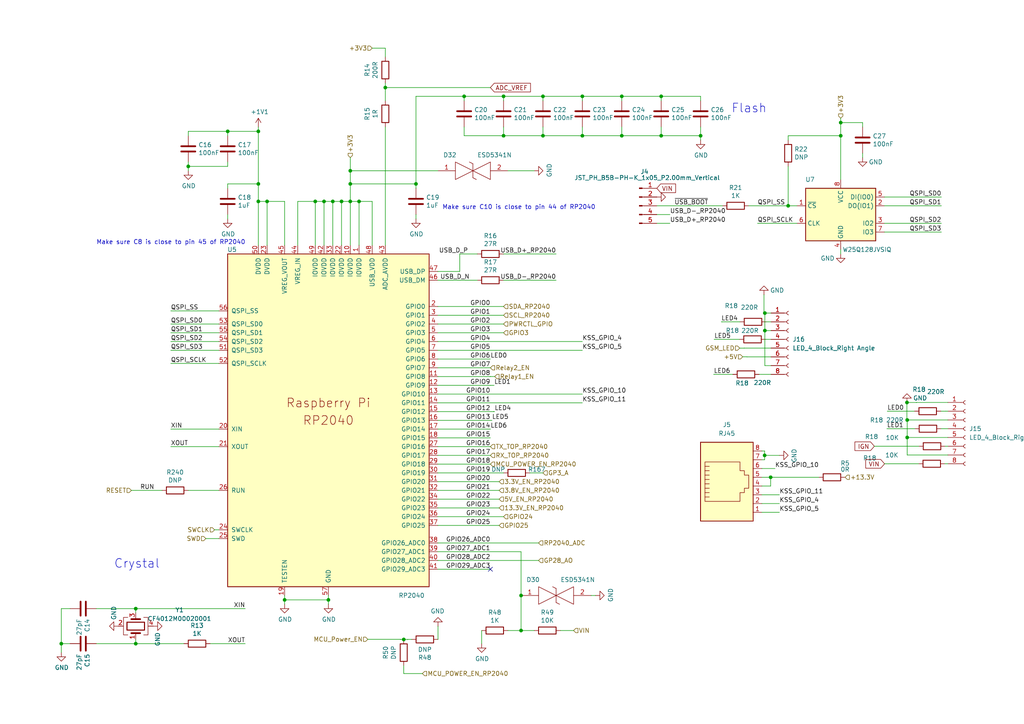
<source format=kicad_sch>
(kicad_sch (version 20231120) (generator "eeschema") (generator_version "8.0")
  (paper "A4")
  (lib_symbols
    (symbol "Connector:Conn_01x05_Male" (pin_names (offset 1.016) hide)
      (property "Reference" "J" (at 0 7.62 0))
      (property "Value" "Conn_01x05_Male" (at 0 -7.62 0))
      (symbol "Conn_01x05_Male_1_1"
        (pin passive line (at 5.08 5.08 180) (length 3.81) (name "Pin_1") (number "1"))
        (pin passive line (at 5.08 2.54 180) (length 3.81) (name "Pin_2") (number "2"))
        (pin passive line (at 5.08 0 180) (length 3.81) (name "Pin_3") (number "3"))
        (pin passive line (at 5.08 -2.54 180) (length 3.81) (name "Pin_4") (number "4"))
        (pin passive line (at 5.08 -5.08 180) (length 3.81) (name "Pin_5") (number "5"))
      )
    )
    (symbol "Connector:Conn_01x08_Socket" (pin_names (offset 1.016) hide)
      (property "Reference" "J" (at 0 10.16 0))
      (property "Value" "Conn_01x08_Socket" (at 0 -12.7 0))
      (symbol "Conn_01x08_Socket_1_1"
        (pin passive line (at -5.08 7.62 0) (length 3.81) (name "Pin_1") (number "1"))
        (pin passive line (at -5.08 5.08 0) (length 3.81) (name "Pin_2") (number "2"))
        (pin passive line (at -5.08 2.54 0) (length 3.81) (name "Pin_3") (number "3"))
        (pin passive line (at -5.08 0 0) (length 3.81) (name "Pin_4") (number "4"))
        (pin passive line (at -5.08 -2.54 0) (length 3.81) (name "Pin_5") (number "5"))
        (pin passive line (at -5.08 -5.08 0) (length 3.81) (name "Pin_6") (number "6"))
        (pin passive line (at -5.08 -7.62 0) (length 3.81) (name "Pin_7") (number "7"))
        (pin passive line (at -5.08 -10.16 0) (length 3.81) (name "Pin_8") (number "8"))
      )
    )
    (symbol "Connector:RJ45" (pin_names (offset 1.016))
      (property "Reference" "J" (at -5.08 13.97 0))
      (property "Value" "RJ45" (at 2.54 13.97 0))
      (symbol "RJ45_1_1"
        (pin passive line (at 10.16 -7.62 180) (length 2.54) (name "~") (number "1"))
        (pin passive line (at 10.16 -5.08 180) (length 2.54) (name "~") (number "2"))
        (pin passive line (at 10.16 -2.54 180) (length 2.54) (name "~") (number "3"))
        (pin passive line (at 10.16 0 180) (length 2.54) (name "~") (number "4"))
        (pin passive line (at 10.16 2.54 180) (length 2.54) (name "~") (number "5"))
        (pin passive line (at 10.16 5.08 180) (length 2.54) (name "~") (number "6"))
        (pin passive line (at 10.16 7.62 180) (length 2.54) (name "~") (number "7"))
        (pin passive line (at 10.16 10.16 180) (length 2.54) (name "~") (number "8"))
      )
    )
    (symbol "Device:C" (pin_numbers hide) (pin_names (offset 0.254))
      (property "Reference" "C" (at 0.635 2.54 0))
      (property "Value" "C" (at 0.635 -2.54 0))
      (symbol "C_1_1"
        (pin passive line (at 0 3.81 270) (length 2.794) (name "~") (number "1"))
        (pin passive line (at 0 -3.81 90) (length 2.794) (name "~") (number "2"))
      )
    )
    (symbol "Device:Crystal_GND24" (pin_names (offset 1.016) hide)
      (property "Reference" "Y" (at 3.175 5.08 0))
      (property "Value" "Crystal_GND24" (at 3.175 3.175 0))
      (symbol "Crystal_GND24_1_1"
        (pin passive line (at -3.81 0 0) (length 1.27) (name "1") (number "1"))
        (pin passive line (at 0 5.08 270) (length 1.27) (name "2") (number "2"))
        (pin passive line (at 3.81 0 180) (length 1.27) (name "3") (number "3"))
        (pin passive line (at 0 -5.08 90) (length 1.27) (name "4") (number "4"))
      )
    )
    (symbol "Device:R" (pin_numbers hide) (pin_names (offset 0))
      (property "Reference" "R" (at 2.032 0 90))
      (property "Value" "R" (at 0 0 90))
      (symbol "R_1_1"
        (pin passive line (at 0 3.81 270) (length 1.27) (name "~") (number "1"))
        (pin passive line (at 0 -3.81 90) (length 1.27) (name "~") (number "2"))
      )
    )
    (symbol "MCU_RaspberryPi_RP2040:RP2040" (pin_names (offset 1.016))
      (property "Reference" "U" (at -29.21 49.53 0))
      (property "Value" "RP2040" (at 24.13 -49.53 0))
      (symbol "RP2040_0_0"
        (text "Raspberry Pi" (at 0 5.08 0) (effects (font (size 2.54 2.54))))
        (text "RP2040" (at 0 0 0) (effects (font (size 2.54 2.54))))
      )
      (symbol "RP2040_1_1"
        (pin power_in line (at 8.89 50.8 270) (length 2.54) (name "IOVDD") (number "1"))
        (pin power_in line (at 6.35 50.8 270) (length 2.54) (name "IOVDD") (number "10"))
        (pin bidirectional line (at 31.75 12.7 180) (length 2.54) (name "GPIO8") (number "11"))
        (pin bidirectional line (at 31.75 10.16 180) (length 2.54) (name "GPIO9") (number "12"))
        (pin bidirectional line (at 31.75 7.62 180) (length 2.54) (name "GPIO10") (number "13"))
        (pin bidirectional line (at 31.75 5.08 180) (length 2.54) (name "GPIO11") (number "14"))
        (pin bidirectional line (at 31.75 2.54 180) (length 2.54) (name "GPIO12") (number "15"))
        (pin bidirectional line (at 31.75 0 180) (length 2.54) (name "GPIO13") (number "16"))
        (pin bidirectional line (at 31.75 -2.54 180) (length 2.54) (name "GPIO14") (number "17"))
        (pin bidirectional line (at 31.75 -5.08 180) (length 2.54) (name "GPIO15") (number "18"))
        (pin passive line (at -12.7 -50.8 90) (length 2.54) (name "TESTEN") (number "19"))
        (pin bidirectional line (at 31.75 33.02 180) (length 2.54) (name "GPIO0") (number "2"))
        (pin input line (at -31.75 -2.54 0) (length 2.54) (name "XIN") (number "20"))
        (pin passive line (at -31.75 -7.62 0) (length 2.54) (name "XOUT") (number "21"))
        (pin power_in line (at 3.81 50.8 270) (length 2.54) (name "IOVDD") (number "22"))
        (pin power_in line (at -17.78 50.8 270) (length 2.54) (name "DVDD") (number "23"))
        (pin output line (at -31.75 -31.75 0) (length 2.54) (name "SWCLK") (number "24"))
        (pin bidirectional line (at -31.75 -34.29 0) (length 2.54) (name "SWD") (number "25"))
        (pin input line (at -31.75 -20.32 0) (length 2.54) (name "RUN") (number "26"))
        (pin bidirectional line (at 31.75 -7.62 180) (length 2.54) (name "GPIO16") (number "27"))
        (pin bidirectional line (at 31.75 -10.16 180) (length 2.54) (name "GPIO17") (number "28"))
        (pin bidirectional line (at 31.75 -12.7 180) (length 2.54) (name "GPIO18") (number "29"))
        (pin bidirectional line (at 31.75 30.48 180) (length 2.54) (name "GPIO1") (number "3"))
        (pin bidirectional line (at 31.75 -15.24 180) (length 2.54) (name "GPIO19") (number "30"))
        (pin bidirectional line (at 31.75 -17.78 180) (length 2.54) (name "GPIO20") (number "31"))
        (pin bidirectional line (at 31.75 -20.32 180) (length 2.54) (name "GPIO21") (number "32"))
        (pin power_in line (at 1.27 50.8 270) (length 2.54) (name "IOVDD") (number "33"))
        (pin bidirectional line (at 31.75 -22.86 180) (length 2.54) (name "GPIO22") (number "34"))
        (pin bidirectional line (at 31.75 -25.4 180) (length 2.54) (name "GPIO23") (number "35"))
        (pin bidirectional line (at 31.75 -27.94 180) (length 2.54) (name "GPIO24") (number "36"))
        (pin bidirectional line (at 31.75 -30.48 180) (length 2.54) (name "GPIO25") (number "37"))
        (pin bidirectional line (at 31.75 -35.56 180) (length 2.54) (name "GPIO26_ADC0") (number "38"))
        (pin bidirectional line (at 31.75 -38.1 180) (length 2.54) (name "GPIO27_ADC1") (number "39"))
        (pin bidirectional line (at 31.75 27.94 180) (length 2.54) (name "GPIO2") (number "4"))
        (pin bidirectional line (at 31.75 -40.64 180) (length 2.54) (name "GPIO28_ADC2") (number "40"))
        (pin bidirectional line (at 31.75 -43.18 180) (length 2.54) (name "GPIO29_ADC3") (number "41"))
        (pin power_in line (at -1.27 50.8 270) (length 2.54) (name "IOVDD") (number "42"))
        (pin power_in line (at 16.51 50.8 270) (length 2.54) (name "ADC_AVDD") (number "43"))
        (pin power_in line (at -8.89 50.8 270) (length 2.54) (name "VREG_IN") (number "44"))
        (pin power_out line (at -12.7 50.8 270) (length 2.54) (name "VREG_VOUT") (number "45"))
        (pin bidirectional line (at 31.75 40.64 180) (length 2.54) (name "USB_DM") (number "46"))
        (pin bidirectional line (at 31.75 43.18 180) (length 2.54) (name "USB_DP") (number "47"))
        (pin power_in line (at 12.7 50.8 270) (length 2.54) (name "USB_VDD") (number "48"))
        (pin power_in line (at -3.81 50.8 270) (length 2.54) (name "IOVDD") (number "49"))
        (pin bidirectional line (at 31.75 25.4 180) (length 2.54) (name "GPIO3") (number "5"))
        (pin power_in line (at -20.32 50.8 270) (length 2.54) (name "DVDD") (number "50"))
        (pin bidirectional line (at -31.75 20.32 0) (length 2.54) (name "QSPI_SD3") (number "51"))
        (pin output line (at -31.75 16.51 0) (length 2.54) (name "QSPI_SCLK") (number "52"))
        (pin bidirectional line (at -31.75 27.94 0) (length 2.54) (name "QSPI_SD0") (number "53"))
        (pin bidirectional line (at -31.75 22.86 0) (length 2.54) (name "QSPI_SD2") (number "54"))
        (pin bidirectional line (at -31.75 25.4 0) (length 2.54) (name "QSPI_SD1") (number "55"))
        (pin bidirectional line (at -31.75 31.75 0) (length 2.54) (name "QSPI_SS") (number "56"))
        (pin power_in line (at 0 -50.8 90) (length 2.54) (name "GND") (number "57"))
        (pin bidirectional line (at 31.75 22.86 180) (length 2.54) (name "GPIO4") (number "6"))
        (pin bidirectional line (at 31.75 20.32 180) (length 2.54) (name "GPIO5") (number "7"))
        (pin bidirectional line (at 31.75 17.78 180) (length 2.54) (name "GPIO6") (number "8"))
        (pin bidirectional line (at 31.75 15.24 180) (length 2.54) (name "GPIO7") (number "9"))
      )
    )
    (symbol "Memory_Flash:W25Q128JVS"
      (property "Reference" "U" (at -8.89 8.89 0))
      (property "Value" "W25Q128JVS" (at 7.62 8.89 0))
      (symbol "W25Q128JVS_1_1"
        (pin input line (at -12.7 2.54 0) (length 2.54) (name "~{CS}") (number "1"))
        (pin bidirectional line (at 12.7 2.54 180) (length 2.54) (name "DO(IO1)") (number "2"))
        (pin bidirectional line (at 12.7 -2.54 180) (length 2.54) (name "IO2") (number "3"))
        (pin power_in line (at 0 -10.16 90) (length 2.54) (name "GND") (number "4"))
        (pin bidirectional line (at 12.7 5.08 180) (length 2.54) (name "DI(IO0)") (number "5"))
        (pin input line (at -12.7 -2.54 0) (length 2.54) (name "CLK") (number "6"))
        (pin bidirectional line (at 12.7 -5.08 180) (length 2.54) (name "IO3") (number "7"))
        (pin power_in line (at 0 10.16 270) (length 2.54) (name "VCC") (number "8"))
      )
    )
    (symbol "SP0402B-ULC-01ETG:SP0402B-ULC-01ETG" (pin_names (offset 0.762))
      (property "Reference" "D" (at 12.7 8.89 0))
      (property "Value" "SP0402B-ULC-01ETG" (at 12.7 6.35 0))
      (symbol "SP0402B-ULC-01ETG_0_0"
        (pin passive line (at 0 0 0) (length 5.08) (name "~") (number "1"))
        (pin passive line (at 20.32 0 180) (length 5.08) (name "~") (number "2"))
      )
    )
    (symbol "power:+1V1" (power) (pin_names (offset 0))
      (property "Value" "+1V1" (at 0 3.556 0))
      (symbol "+1V1_1_1"
        (pin power_in line (at 0 0 90) (length 0) hide (name "+1V1") (number "1"))
      )
    )
    (symbol "power:GND" (power) (pin_names (offset 0))
      (property "Value" "GND" (at 0 -3.81 0))
      (symbol "GND_1_1"
        (pin power_in line (at 0 0 270) (length 0) hide (name "GND") (number "1"))
      )
    )
  )
  (junction (at 111.76 25.4))
  (junction (at 54.61 48.26))
  (junction (at 221.8396 90.8043))
  (junction (at 39.37 186.69))
  (junction (at 151.13 182.88))
  (junction (at 180.34 27.94))
  (junction (at 117.1006 185.4727))
  (junction (at 101.6 49.53))
  (junction (at 101.6 58.42))
  (junction (at 263.1254 126.8876))
  (junction (at 221.7707 132.08))
  (junction (at 95.25 173.99))
  (junction (at 74.93 58.42))
  (junction (at 223.52 138.43))
  (junction (at 180.34 39.37))
  (junction (at 151.13 172.72))
  (junction (at 221.8396 95.8843))
  (junction (at 263.1254 121.8163))
  (junction (at 17.78 186.69))
  (junction (at 263.0568 116.7363))
  (junction (at 104.14 58.42))
  (junction (at 39.37 176.53))
  (junction (at 93.98 58.42))
  (junction (at 96.52 58.42))
  (junction (at 82.55 173.99))
  (junction (at 74.93 38.1))
  (junction (at 91.44 58.42))
  (junction (at 168.91 39.37))
  (junction (at 101.6 53.34))
  (junction (at 134.62 27.94))
  (junction (at 157.48 27.94))
  (junction (at 228.6 59.69))
  (junction (at 66.04 38.1))
  (junction (at 74.93 53.34))
  (junction (at 99.06 58.42))
  (junction (at 191.77 39.37))
  (junction (at 120.65 53.34))
  (junction (at 191.77 27.94))
  (junction (at 168.91 27.94))
  (junction (at 77.47 58.42))
  (junction (at 146.05 27.94))
  (junction (at 157.48 39.37))
  (junction (at 243.84 39.37))
  (junction (at 243.84 35.56))
  (junction (at 203.2 39.37))
  (junction (at 146.05 39.37))
  (no_connect (at 142.24 165.1))
  (wire (pts (xy 111.76 36.83) (xy 111.76 71.12)))
  (wire (pts (xy 49.53 124.46) (xy 63.5 124.46)))
  (wire (pts (xy 59.69 156.21) (xy 63.5 156.21)))
  (wire (pts (xy 191.77 39.37) (xy 203.2 39.37)))
  (wire (pts (xy 66.04 53.34) (xy 74.93 53.34)))
  (wire (pts (xy 122.5125 195.3653) (xy 117.1006 195.3653)))
  (wire (pts (xy 127 160.02) (xy 151.13 160.02)))
  (wire (pts (xy 191.77 27.94) (xy 203.2 27.94)))
  (wire (pts (xy 143.1694 119.3787) (xy 143.1694 119.38)))
  (wire (pts (xy 101.6 58.42) (xy 104.14 58.42)))
  (wire (pts (xy 127.039 181.6432) (xy 127.039 185.4532)))
  (wire (pts (xy 180.34 27.94) (xy 191.77 27.94)))
  (wire (pts (xy 143.4165 119.3774) (xy 143.4234 119.3787)))
  (wire (pts (xy 221.8396 90.8043) (xy 221.8396 95.8843)))
  (wire (pts (xy 142.24 109.2128) (xy 142.24 109.22)))
  (wire (pts (xy 82.55 173.99) (xy 95.25 173.99)))
  (wire (pts (xy 216.6521 103.4902) (xy 216.6521 103.5043)))
  (wire (pts (xy 180.34 39.37) (xy 168.91 39.37)))
  (wire (pts (xy 39.37 186.69) (xy 53.34 186.69)))
  (wire (pts (xy 142.6874 121.92) (xy 127 121.92)))
  (wire (pts (xy 127 49.53) (xy 101.6 49.53)))
  (wire (pts (xy 191.77 29.21) (xy 191.77 27.94)))
  (wire (pts (xy 86.36 58.42) (xy 91.44 58.42)))
  (wire (pts (xy 221.7707 132.08) (xy 221.7707 130.81)))
  (wire (pts (xy 146.05 27.94) (xy 157.48 27.94)))
  (wire (pts (xy 207.0067 108.5843) (xy 212.5516 108.5843)))
  (wire (pts (xy 54.61 46.99) (xy 54.61 48.26)))
  (wire (pts (xy 228.6 48.26) (xy 228.6 59.69)))
  (wire (pts (xy 127 142.24) (xy 144.78 142.24)))
  (wire (pts (xy 101.6 49.53) (xy 101.6 53.34)))
  (wire (pts (xy 127 104.14) (xy 142.24 104.14)))
  (wire (pts (xy 95.25 173.99) (xy 95.25 175.26)))
  (wire (pts (xy 118.2663 185.4532) (xy 119.419 185.4532)))
  (wire (pts (xy 111.76 13.97) (xy 107.95 13.97)))
  (wire (pts (xy 272.8769 119.2612) (xy 274.3404 119.2612)))
  (wire (pts (xy 127 106.68) (xy 142.24 106.68)))
  (wire (pts (xy 27.94 176.53) (xy 39.37 176.53)))
  (wire (pts (xy 120.65 27.94) (xy 120.65 53.34)))
  (wire (pts (xy 143.3159 111.7647) (xy 142.24 111.7647)))
  (wire (pts (xy 101.6 53.34) (xy 101.6 58.42)))
  (wire (pts (xy 153.67 137.16) (xy 157.48 137.16)))
  (wire (pts (xy 127 127) (xy 142.24 127)))
  (wire (pts (xy 220.98 143.51) (xy 226.06 143.51)))
  (wire (pts (xy 274.9191 116.7276) (xy 265.8174 116.7276)))
  (wire (pts (xy 60.96 186.69) (xy 71.12 186.69)))
  (wire (pts (xy 253.5964 129.4276) (xy 266.517 129.4276)))
  (wire (pts (xy 274.137 129.4276) (xy 274.9191 129.4276)))
  (wire (pts (xy 194.31 62.23) (xy 190.5 62.23)))
  (wire (pts (xy 127 96.52) (xy 146.05 96.52)))
  (wire (pts (xy 207.1393 98.4253) (xy 207.1393 98.4243)))
  (wire (pts (xy 93.98 58.42) (xy 96.52 58.42)))
  (wire (pts (xy 216.6521 103.5043) (xy 223.6347 103.5043)))
  (wire (pts (xy 223.6347 95.8843) (xy 221.8396 95.8843)))
  (wire (pts (xy 157.48 27.94) (xy 168.91 27.94)))
  (wire (pts (xy 194.31 64.77) (xy 190.5 64.77)))
  (wire (pts (xy 221.7707 133.35) (xy 221.7707 132.08)))
  (wire (pts (xy 66.04 54.61) (xy 66.04 53.34)))
  (wire (pts (xy 74.93 53.34) (xy 74.93 58.42)))
  (wire (pts (xy 20.32 176.53) (xy 17.78 176.53)))
  (wire (pts (xy 203.2 36.83) (xy 203.2 39.37)))
  (wire (pts (xy 99.06 71.12) (xy 99.06 58.42)))
  (wire (pts (xy 142.24 124.4539) (xy 142.24 124.46)))
  (wire (pts (xy 127 144.78) (xy 144.78 144.78)))
  (wire (pts (xy 263.0381 116.7363) (xy 263.0381 121.8163)))
  (wire (pts (xy 180.34 29.21) (xy 180.34 27.94)))
  (wire (pts (xy 146.05 39.37) (xy 134.62 39.37)))
  (wire (pts (xy 221.8396 95.8843) (xy 221.8396 106.0443)))
  (wire (pts (xy 215.8494 100.9643) (xy 223.6347 100.9643)))
  (wire (pts (xy 111.76 16.51) (xy 111.76 13.97)))
  (wire (pts (xy 221.8396 106.0443) (xy 223.6347 106.0443)))
  (wire (pts (xy 143.1694 119.38) (xy 127 119.38)))
  (wire (pts (xy 63.5 90.17) (xy 49.53 90.17)))
  (wire (pts (xy 274.9191 131.9676) (xy 263.1254 131.9676)))
  (wire (pts (xy 111.76 25.4) (xy 142.24 25.4)))
  (wire (pts (xy 207.0067 108.5876) (xy 207.0067 108.5843)))
  (wire (pts (xy 111.76 25.4) (xy 111.76 24.13)))
  (wire (pts (xy 222.2145 93.3443) (xy 223.6347 93.3443)))
  (wire (pts (xy 209.4507 93.3443) (xy 214.5945 93.3443)))
  (wire (pts (xy 66.04 39.37) (xy 66.04 38.1)))
  (wire (pts (xy 77.47 58.42) (xy 74.93 58.42)))
  (wire (pts (xy 146.05 36.83) (xy 146.05 39.37)))
  (wire (pts (xy 49.53 96.52) (xy 63.5 96.52)))
  (wire (pts (xy 256.54 67.31) (xy 273.05 67.31)))
  (wire (pts (xy 203.2 39.37) (xy 203.2 40.64)))
  (wire (pts (xy 134.62 27.94) (xy 146.05 27.94)))
  (wire (pts (xy 127 81.28) (xy 138.43 81.28)))
  (wire (pts (xy 74.93 58.42) (xy 74.93 71.12)))
  (wire (pts (xy 274.3404 119.2676) (xy 274.9191 119.2676)))
  (wire (pts (xy 127 162.56) (xy 156.21 162.56)))
  (wire (pts (xy 127 147.32) (xy 144.78 147.32)))
  (wire (pts (xy 215.4186 103.4902) (xy 216.6521 103.4902)))
  (wire (pts (xy 180.34 36.83) (xy 180.34 39.37)))
  (wire (pts (xy 107.95 71.12) (xy 107.95 58.42)))
  (wire (pts (xy 134.62 27.94) (xy 120.65 27.94)))
  (wire (pts (xy 168.91 29.21) (xy 168.91 27.94)))
  (wire (pts (xy 146.05 73.66) (xy 161.29 73.66)))
  (wire (pts (xy 203.2 29.21) (xy 203.2 27.94)))
  (wire (pts (xy 221.586 85.4822) (xy 221.586 90.8043)))
  (wire (pts (xy 120.65 62.23) (xy 120.65 63.5)))
  (wire (pts (xy 101.6 45.72) (xy 101.6 49.53)))
  (wire (pts (xy 49.53 101.6) (xy 63.5 101.6)))
  (wire (pts (xy 77.47 71.12) (xy 77.47 58.42)))
  (wire (pts (xy 20.32 186.69) (xy 17.78 186.69)))
  (wire (pts (xy 127 99.06) (xy 168.91 99.06)))
  (wire (pts (xy 49.53 99.06) (xy 63.5 99.06)))
  (wire (pts (xy 127 91.44) (xy 146.05 91.44)))
  (wire (pts (xy 166.37 182.88) (xy 162.56 182.88)))
  (wire (pts (xy 127 88.9) (xy 146.05 88.9)))
  (wire (pts (xy 82.55 71.12) (xy 82.55 58.42)))
  (wire (pts (xy 101.6 53.34) (xy 120.65 53.34)))
  (wire (pts (xy 191.77 36.83) (xy 191.77 39.37)))
  (wire (pts (xy 223.6347 90.8043) (xy 221.8396 90.8043)))
  (wire (pts (xy 214.5429 100.9726) (xy 215.8494 100.9726)))
  (wire (pts (xy 228.6 39.37) (xy 243.84 39.37)))
  (wire (pts (xy 151.13 160.02) (xy 151.13 172.72)))
  (wire (pts (xy 127 149.86) (xy 146.05 149.86)))
  (wire (pts (xy 265.8174 116.7363) (xy 263.0568 116.7363)))
  (wire (pts (xy 147.32 182.88) (xy 151.13 182.88)))
  (wire (pts (xy 104.14 58.42) (xy 104.14 71.12)))
  (wire (pts (xy 217.17 59.69) (xy 228.6 59.69)))
  (wire (pts (xy 263.1254 121.8163) (xy 263.1254 126.8876)))
  (wire (pts (xy 63.5 129.54) (xy 49.53 129.54)))
  (wire (pts (xy 257.3361 119.2612) (xy 265.2569 119.2612)))
  (wire (pts (xy 104.14 58.42) (xy 107.95 58.42)))
  (wire (pts (xy 106.68 185.42) (xy 116.1625 185.42)))
  (wire (pts (xy 257.8411 134.5076) (xy 266.4376 134.5076)))
  (wire (pts (xy 111.76 25.4) (xy 111.76 29.21)))
  (wire (pts (xy 263.0568 116.7363) (xy 263.0381 116.7363)))
  (wire (pts (xy 86.36 71.12) (xy 86.36 58.42)))
  (wire (pts (xy 118.2663 185.4727) (xy 118.2663 185.4532)))
  (wire (pts (xy 74.93 36.83) (xy 74.93 38.1)))
  (wire (pts (xy 142.24 111.7647) (xy 142.24 111.76)))
  (wire (pts (xy 243.84 39.37) (xy 243.84 52.07)))
  (wire (pts (xy 172.72 172.72) (xy 171.45 172.72)))
  (wire (pts (xy 127 116.84) (xy 168.91 116.84)))
  (wire (pts (xy 54.61 48.26) (xy 54.61 49.53)))
  (wire (pts (xy 74.93 38.1) (xy 74.93 53.34)))
  (wire (pts (xy 117.1006 185.4727) (xy 118.2663 185.4727)))
  (wire (pts (xy 223.52 140.97) (xy 223.52 138.43)))
  (wire (pts (xy 272.9551 124.3476) (xy 274.9191 124.3476)))
  (wire (pts (xy 127 139.7) (xy 144.78 139.7)))
  (wire (pts (xy 133.35 73.66) (xy 138.43 73.66)))
  (wire (pts (xy 82.55 172.72) (xy 82.55 173.99)))
  (wire (pts (xy 221.586 90.8043) (xy 221.8396 90.8043)))
  (wire (pts (xy 82.55 173.99) (xy 82.55 175.26)))
  (wire (pts (xy 17.78 186.69) (xy 17.78 189.23)))
  (wire (pts (xy 220.98 133.35) (xy 221.7707 133.35)))
  (wire (pts (xy 220.98 148.59) (xy 226.06 148.59)))
  (wire (pts (xy 127 132.08) (xy 142.24 132.08)))
  (wire (pts (xy 127 157.48) (xy 156.21 157.48)))
  (wire (pts (xy 134.62 36.83) (xy 134.62 39.37)))
  (wire (pts (xy 220.98 146.05) (xy 226.06 146.05)))
  (wire (pts (xy 146.05 29.21) (xy 146.05 27.94)))
  (wire (pts (xy 139.7 186.69) (xy 139.7 182.88)))
  (wire (pts (xy 63.5 105.41) (xy 49.53 105.41)))
  (wire (pts (xy 27.94 186.69) (xy 39.37 186.69)))
  (wire (pts (xy 95.25 172.72) (xy 95.25 173.99)))
  (wire (pts (xy 17.78 176.53) (xy 17.78 186.69)))
  (wire (pts (xy 191.77 39.37) (xy 180.34 39.37)))
  (wire (pts (xy 54.61 142.24) (xy 63.5 142.24)))
  (wire (pts (xy 99.06 58.42) (xy 101.6 58.42)))
  (wire (pts (xy 66.04 38.1) (xy 74.93 38.1)))
  (wire (pts (xy 220.98 138.43) (xy 223.52 138.43)))
  (wire (pts (xy 228.6 40.64) (xy 228.6 39.37)))
  (wire (pts (xy 256.54 59.69) (xy 273.05 59.69)))
  (wire (pts (xy 127 152.4) (xy 144.78 152.4)))
  (wire (pts (xy 96.52 71.12) (xy 96.52 58.42)))
  (wire (pts (xy 250.19 44.45) (xy 250.19 45.72)))
  (wire (pts (xy 117.1006 195.3653) (xy 117.1006 193.0927)))
  (wire (pts (xy 133.35 73.66) (xy 133.35 78.74)))
  (wire (pts (xy 256.54 57.15) (xy 273.05 57.15)))
  (wire (pts (xy 256.5555 134.5237) (xy 257.8411 134.5237)))
  (wire (pts (xy 116.1625 185.42) (xy 116.1625 185.4727)))
  (wire (pts (xy 116.1625 185.4727) (xy 117.1006 185.4727)))
  (wire (pts (xy 220.98 135.89) (xy 224.79 135.89)))
  (wire (pts (xy 263.1254 126.8876) (xy 263.1254 131.9676)))
  (wire (pts (xy 127 93.98) (xy 146.05 93.98)))
  (wire (pts (xy 134.62 29.21) (xy 134.62 27.94)))
  (wire (pts (xy 49.53 93.98) (xy 63.5 93.98)))
  (wire (pts (xy 274.0576 134.5076) (xy 274.9191 134.5076)))
  (wire (pts (xy 226.06 132.08) (xy 221.7707 132.08)))
  (wire (pts (xy 190.5 59.69) (xy 209.55 59.69)))
  (wire (pts (xy 257.238 124.3476) (xy 265.3351 124.3476)))
  (wire (pts (xy 127 109.22) (xy 142.24 109.22)))
  (wire (pts (xy 157.48 39.37) (xy 146.05 39.37)))
  (wire (pts (xy 54.61 38.1) (xy 66.04 38.1)))
  (wire (pts (xy 157.48 36.83) (xy 157.48 39.37)))
  (wire (pts (xy 257.8411 134.5237) (xy 257.8411 134.5076)))
  (wire (pts (xy 220.98 140.97) (xy 223.52 140.97)))
  (wire (pts (xy 127 129.54) (xy 142.24 129.54)))
  (wire (pts (xy 54.61 48.26) (xy 66.04 48.26)))
  (wire (pts (xy 127 111.76) (xy 142.24 111.76)))
  (wire (pts (xy 91.44 71.12) (xy 91.44 58.42)))
  (wire (pts (xy 127 114.3) (xy 168.91 114.3)))
  (wire (pts (xy 93.98 71.12) (xy 93.98 58.42)))
  (wire (pts (xy 62.23 153.67) (xy 63.5 153.67)))
  (wire (pts (xy 127 165.1) (xy 142.24 165.1)))
  (wire (pts (xy 38.1 142.24) (xy 46.99 142.24)))
  (wire (pts (xy 243.84 35.56) (xy 243.84 39.37)))
  (wire (pts (xy 127 134.62) (xy 142.24 134.62)))
  (wire (pts (xy 82.55 58.42) (xy 77.47 58.42)))
  (wire (pts (xy 127 78.74) (xy 133.35 78.74)))
  (wire (pts (xy 143.4918 109.2128) (xy 142.24 109.2128)))
  (wire (pts (xy 274.9191 126.8876) (xy 263.1254 126.8876)))
  (wire (pts (xy 168.91 39.37) (xy 157.48 39.37)))
  (wire (pts (xy 66.04 48.26) (xy 66.04 46.99)))
  (wire (pts (xy 222.0746 98.4243) (xy 223.6347 98.4243)))
  (wire (pts (xy 243.84 34.29) (xy 243.84 35.56)))
  (wire (pts (xy 219.71 64.77) (xy 231.14 64.77)))
  (wire (pts (xy 127 124.46) (xy 142.24 124.46)))
  (wire (pts (xy 228.6 59.69) (xy 231.14 59.69)))
  (wire (pts (xy 243.84 72.39) (xy 243.84 73.66)))
  (wire (pts (xy 250.19 36.83) (xy 250.19 35.56)))
  (wire (pts (xy 274.3404 119.2612) (xy 274.3404 119.2676)))
  (wire (pts (xy 151.13 182.88) (xy 154.94 182.88)))
  (wire (pts (xy 207.1393 98.4243) (xy 214.4546 98.4243)))
  (wire (pts (xy 66.04 62.23) (xy 66.04 63.5)))
  (wire (pts (xy 263.0381 121.8163) (xy 263.1254 121.8163)))
  (wire (pts (xy 263.1254 121.8076) (xy 263.1254 121.8163)))
  (wire (pts (xy 220.1716 108.5843) (xy 223.6347 108.5843)))
  (wire (pts (xy 265.8174 116.7276) (xy 265.8174 116.7363)))
  (wire (pts (xy 39.37 177.8) (xy 39.37 176.53)))
  (wire (pts (xy 101.6 71.12) (xy 101.6 58.42)))
  (wire (pts (xy 39.37 176.53) (xy 71.12 176.53)))
  (wire (pts (xy 263.1254 121.8076) (xy 274.9191 121.8076)))
  (wire (pts (xy 39.37 185.42) (xy 39.37 186.69)))
  (wire (pts (xy 143.1694 119.3787) (xy 143.4165 119.3774)))
  (wire (pts (xy 151.13 172.72) (xy 151.13 182.88)))
  (wire (pts (xy 256.54 64.77) (xy 273.05 64.77)))
  (wire (pts (xy 146.05 81.28) (xy 161.29 81.28)))
  (wire (pts (xy 120.65 54.61) (xy 120.65 53.34)))
  (wire (pts (xy 168.91 27.94) (xy 180.34 27.94)))
  (wire (pts (xy 209.4507 93.3472) (xy 209.4507 93.3443)))
  (wire (pts (xy 91.44 58.42) (xy 93.98 58.42)))
  (wire (pts (xy 127 101.6) (xy 168.91 101.6)))
  (wire (pts (xy 96.52 58.42) (xy 99.06 58.42)))
  (wire (pts (xy 250.19 35.56) (xy 243.84 35.56)))
  (wire (pts (xy 157.48 29.21) (xy 157.48 27.94)))
  (wire (pts (xy 223.52 138.43) (xy 237.49 138.43)))
  (wire (pts (xy 215.8494 100.9726) (xy 215.8494 100.9643)))
  (wire (pts (xy 220.98 130.81) (xy 221.7707 130.81)))
  (wire (pts (xy 168.91 36.83) (xy 168.91 39.37)))
  (wire (pts (xy 54.61 39.37) (xy 54.61 38.1)))
  (wire (pts (xy 209.1967 93.3472) (xy 209.4507 93.3472)))
  (wire (pts (xy 147.32 49.53) (xy 154.94 49.53)))
  (wire (pts (xy 127 137.16) (xy 146.05 137.16)))
  (text "Make sure C8 is close to pin 45 of RP2040" (at 27.94 71.12 0) (effects (font (size 1.27 1.27)) (justify left bottom)))
  (text "Make sure C10 is close to pin 44 of RP2040" (at 128.27 60.96 0) (effects (font (size 1.27 1.27)) (justify left bottom)))
  (text "Flash" (at 212.09 33.02 0) (effects (font (size 2.54 2.54)) (justify left bottom)))
  (text "Crystal" (at 33.02 165.1 0) (effects (font (size 2.54 2.54)) (justify left bottom)))
  (label "USB_D_P" (at 135.7763 73.66 180))
  (label "GPIO22" (at 142.24 144.78 180))
  (label "GPIO17" (at 142.24 132.08 180))
  (label "GPIO9" (at 142.24 111.7647 180))
  (label "XIN" (at 71.12 176.53 180))
  (label "USB_D+_RP2040" (at 161.29 73.66 180))
  (label "GPIO5" (at 142.24 101.6 180))
  (label "KSS_GPIO_4" (at 168.91 99.06 0))
  (label "GPIO15" (at 142.24 127 180))
  (label "LED4" (at 143.4234 119.3787 0))
  (label "QSPI_SD0" (at 49.53 93.98 0))
  (label "GPIO18" (at 142.24 134.62 180))
  (label "GPIO26_ADC0" (at 142.24 157.48 180))
  (label "GPIO24" (at 142.24 149.86 180))
  (label "QSPI_SD2" (at 49.53 99.06 0))
  (label "GPIO27_ADC1" (at 142.24 160.02 180))
  (label "QSPI_SCLK" (at 219.71 64.77 0))
  (label "LED6" (at 142.24 124.46 0))
  (label "GPIO7" (at 142.24 106.68 180))
  (label "GPIO14" (at 142.24 124.4539 180))
  (label "GPIO3" (at 142.24 96.52 180))
  (label "LED0" (at 142.24 104.14 0))
  (label "GPIO0" (at 142.24 88.9 180))
  (label "LED1" (at 257.238 124.3476 0))
  (label "QSPI_SD3" (at 273.05 67.31 180))
  (label "GPIO11" (at 142.24 116.84 180))
  (label "LED6" (at 207.0067 108.5876 0))
  (label "QSPI_SD0" (at 273.05 57.15 180))
  (label "USB_D-_RP2040" (at 194.31 62.23 0))
  (label "GPIO4" (at 142.24 99.06 180))
  (label "LED5" (at 142.6874 121.92 0))
  (label "GPIO20" (at 142.24 139.7 180))
  (label "~{USB_BOOT}" (at 195.58 59.69 0))
  (label "GPIO13" (at 142.24 121.92 180))
  (label "LED0" (at 257.3361 119.2612 0))
  (label "GPIO12" (at 142.24 119.38 180))
  (label "GPIO6" (at 142.24 104.14 180))
  (label "KSS_GPIO_10" (at 168.91 114.3 0))
  (label "LED5" (at 207.1393 98.4253 0))
  (label "KSS_GPIO_5" (at 226.06 148.59 0))
  (label "GPIO29_ADC3" (at 142.24 165.1 180))
  (label "GPIO1" (at 142.24 91.44 180))
  (label "GPIO28_ADC2" (at 142.24 162.56 180))
  (label "KSS_GPIO_10" (at 224.79 135.89 0))
  (label "QSPI_SCLK" (at 49.53 105.41 0))
  (label "QSPI_SS" (at 49.53 90.17 0))
  (label "KSS_GPIO_4" (at 226.06 146.05 0))
  (label "GPIO23" (at 142.24 147.32 180))
  (label "QSPI_SD3" (at 49.53 101.6 0))
  (label "USB_D+_RP2040" (at 194.31 64.77 0))
  (label "KSS_GPIO_5" (at 168.91 101.6 0))
  (label "LED1" (at 143.3159 111.7647 0))
  (label "KSS_GPIO_11" (at 226.06 143.51 0))
  (label "RUN" (at 40.64 142.24 0))
  (label "USB_D_N" (at 136.2125 81.28 180))
  (label "GPIO19" (at 142.24 137.16 180))
  (label "GPIO10" (at 142.24 114.3 180))
  (label "QSPI_SD1" (at 273.05 59.69 180))
  (label "QSPI_SD2" (at 273.05 64.77 180))
  (label "GPIO16" (at 142.24 129.54 180))
  (label "XOUT" (at 49.53 129.54 0))
  (label "QSPI_SD1" (at 49.53 96.52 0))
  (label "GPIO8" (at 142.24 109.2128 180))
  (label "XOUT" (at 71.12 186.69 180))
  (label "GPIO25" (at 142.24 152.4 180))
  (label "QSPI_SS" (at 219.71 59.69 0))
  (label "XIN" (at 49.53 124.46 0))
  (label "LED4" (at 209.1967 93.3472 0))
  (label "GPIO21" (at 142.24 142.24 180))
  (label "KSS_GPIO_11" (at 168.91 116.84 0))
  (label "GPIO2" (at 142.24 93.98 180))
  (label "USB_D-_RP2040" (at 161.29 81.28 180))
  (global_label "ADC_VREF" (shape input) (at 142.24 25.4 0) (property "Intersheetrefs" "${INTERSHEET_REFS}" (effects (hide yes))))
  (global_label "IGN" (shape input) (at 253.5964 129.4276 180) (property "Intersheetrefs" "${INTERSHEET_REFS}" (effects (hide yes))))
  (global_label "VIN" (shape input) (at 256.5555 134.5237 180) (property "Intersheetrefs" "${INTERSHEET_REFS}" (effects (hide yes))))
  (global_label "VIN" (shape input) (at 190.5 54.61 0) (property "Intersheetrefs" "${INTERSHEET_REFS}" (effects (hide yes))))
  (hierarchical_label "GP3_A" (shape input) (at 157.48 137.16 0))
  (hierarchical_label "+3V3" (shape input) (at 101.6 45.72 90))
  (hierarchical_label "SCL_RP2040" (shape input) (at 146.05 91.44 0))
  (hierarchical_label "+3V3" (shape input) (at 107.95 13.97 180))
  (hierarchical_label "RP2040_ADC" (shape input) (at 156.21 157.48 0))
  (hierarchical_label "SDA_RP2040" (shape input) (at 146.05 88.9 0))
  (hierarchical_label "SWCLK" (shape input) (at 62.23 153.67 180))
  (hierarchical_label "Relay2_EN" (shape input) (at 142.24 106.68 0))
  (hierarchical_label "VIN" (shape input) (at 166.37 182.88 0))
  (hierarchical_label "GPIO25" (shape input) (at 144.78 152.4 0))
  (hierarchical_label "RX_TOP_RP2040" (shape input) (at 142.24 132.08 0))
  (hierarchical_label "5V_EN_RP2040" (shape input) (at 144.78 144.78 0))
  (hierarchical_label "13.3V_EN_RP2040" (shape input) (at 144.78 147.32 0))
  (hierarchical_label "MCU_Power_EN" (shape input) (at 106.68 185.42 180))
  (hierarchical_label "MCU_POWER_EN_RP2040" (shape input) (at 122.5125 195.3653 0))
  (hierarchical_label "MCU_POWER_EN_RP2040" (shape input) (at 142.24 134.62 0))
  (hierarchical_label "3.3V_EN_RP2040" (shape input) (at 144.78 139.7 0))
  (hierarchical_label "3.8V_EN_RP2040" (shape input) (at 144.78 142.24 0))
  (hierarchical_label "+13.3V" (shape input) (at 245.11 138.43 0))
  (hierarchical_label "GPIO24" (shape input) (at 146.05 149.86 0))
  (hierarchical_label "TX_TOP_RP2040" (shape input) (at 142.24 129.54 0))
  (hierarchical_label "SWD" (shape input) (at 59.69 156.21 180))
  (hierarchical_label "PWRCTL_GPIO" (shape input) (at 146.05 93.98 0))
  (hierarchical_label "GSM_LED" (shape input) (at 214.5429 100.9726 180))
  (hierarchical_label "GPIO3" (shape input) (at 146.05 96.52 0))
  (hierarchical_label "+5V" (shape input) (at 215.4186 103.4902 180))
  (hierarchical_label "+3V3" (shape input) (at 243.84 34.29 90))
  (hierarchical_label "RESET" (shape input) (at 38.1 142.24 180))
  (hierarchical_label "GP28_AO" (shape input) (at 156.21 162.56 0))
  (hierarchical_label "Relay1_EN" (shape input) (at 143.4918 109.2128 0))
  (symbol (lib_id "Device:R") (at 57.15 186.69 270) (unit 1)
    (property "Reference" "R13" (at 57.15 181.4322 90))
    (property "Value" "1K" (at 57.15 183.7436 90))
    (property "Footprint" "Resistor_SMD:R_0603_1608Metric" (effects (hide yes)))
    (property "MPN" "0603WAF1001T5E" (effects (hide yes)))
  )
  (symbol (lib_id "SP0402B-ULC-01ETG:SP0402B-ULC-01ETG") (at 127 49.53 0) (unit 1)
    (property "Reference" "D32" (at 128.524 44.958 0) (effects (justify left)))
    (property "Value" "ESD5341N" (at 138.43 44.958 0) (effects (justify left)))
    (property "Footprint" "Footprint Library:ESD5341N" (effects (hide yes)))
    (property "Datasheet" "https://www.mouser.com/datasheet/2/240/Littelfuse_TVS_Diode_Array_Ultra_Low_Capacitance_D-1021420.pdf" (effects (hide yes)))
    (property "Description" "ESD Suppressors / TVS Diodes 5V .13pF 20kV" (effects (hide yes)))
    (property "Manufacturer_Name" "LITTELFUSE" (effects (hide yes)))
    (property "Manufacturer_Part_Number" "SP0402B-ULC-01ETG" (effects (hide yes)))
    (property "Mouser Part Number" "576-SP0402BULC-01ETG" (effects (hide yes)))
    (property "Mouser Price/Stock" "https://www.mouser.co.uk/ProductDetail/Littelfuse/SP0402B-ULC-01ETG?qs=lM4gFlnEeENx4cnTNlk34g%3D%3D" (effects (hide yes)))
    (property "Arrow Part Number" "SP0402B-ULC-01ETG" (effects (hide yes)))
    (property "Arrow Price/Stock" "https://www.arrow.com/en/products/sp0402b-ulc-01etg/littelfuse?region=nac" (effects (hide yes)))
    (property "MPN" "ESD5341N" (effects (hide yes)))
  )
  (symbol (lib_id "Device:C") (at 24.13 186.69 270) (unit 1)
    (property "Reference" "C15" (at 25.2984 189.611 0) (effects (justify left)))
    (property "Value" "27pF" (at 22.987 189.611 0) (effects (justify left)))
    (property "Footprint" "Capacitor_SMD:C_0603_1608Metric" (effects (hide yes)))
    (property "MPN" "0603CG270J500NT" (effects (hide yes)))
  )
  (symbol (lib_id "Device:C") (at 24.13 176.53 270) (unit 1)
    (property "Reference" "C14" (at 25.2984 179.451 0) (effects (justify left)))
    (property "Value" "27pF" (at 22.987 179.451 0) (effects (justify left)))
    (property "Footprint" "Capacitor_SMD:C_0603_1608Metric" (effects (hide yes)))
    (property "MPN" "0603CG270J500NT" (effects (hide yes)))
  )
  (symbol (lib_id "Device:C") (at 191.77 33.02 0) (unit 1)
    (property "Reference" "C25" (at 194.691 31.8516 0) (effects (justify left)))
    (property "Value" "100nF" (at 194.691 34.163 0) (effects (justify left)))
    (property "Footprint" "Capacitor_SMD:C_0402_1005Metric" (effects (hide yes)))
    (property "MPN" "CC0402KRX7R7BB104" (effects (hide yes)))
  )
  (symbol (lib_id "Device:R") (at 269.1451 124.3476 90) (unit 1)
    (property "Reference" "R18" (at 254.2422 121.851 90))
    (property "Value" "220R" (at 259.5396 121.8334 90))
    (property "Footprint" "Resistor_SMD:R_0603_1608Metric" (effects (hide yes)))
    (property "MPN" "0603WAF2200T5E" (effects (hide yes)))
  )
  (symbol (lib_id "Device:R") (at 270.2476 134.5076 90) (unit 1)
    (property "Reference" "R18" (at 252.2744 132.8663 90))
    (property "Value" "10K" (at 258.6591 132.0151 90))
    (property "Footprint" "Resistor_SMD:R_0603_1608Metric" (effects (hide yes)))
    (property "MPN" "0603WAF1002T5E" (effects (hide yes)))
  )
  (symbol (lib_id "power:GND") (at 17.78 189.23 0) (unit 1)
    (property "Reference" "#PWR0135" (effects (hide yes)))
    (property "Value" "GND" (at 17.907 193.6242 0))
  )
  (symbol (lib_id "Device:R") (at 241.3 138.43 270) (unit 1)
    (property "Reference" "R5" (at 245.11 134.366 90))
    (property "Value" "0R" (at 245.11 136.144 90))
    (property "Footprint" "Resistor_SMD:R_0603_1608Metric" (effects (hide yes)))
  )
  (symbol (lib_id "Device:R") (at 142.24 73.66 270) (unit 1)
    (property "Reference" "R16" (at 142.24 68.4022 90))
    (property "Value" "27R" (at 142.24 70.7136 90))
    (property "Footprint" "Resistor_SMD:R_0603_1608Metric" (effects (hide yes)))
    (property "MPN" "0603WAF270JT5E" (effects (hide yes)))
  )
  (symbol (lib_id "SP0402B-ULC-01ETG:SP0402B-ULC-01ETG") (at 151.13 172.72 0) (unit 1)
    (property "Reference" "D30" (at 152.654 168.148 0) (effects (justify left)))
    (property "Value" "ESD5341N" (at 162.56 168.148 0) (effects (justify left)))
    (property "Footprint" "Footprint Library:ESD5341N" (effects (hide yes)))
    (property "Datasheet" "https://www.mouser.com/datasheet/2/240/Littelfuse_TVS_Diode_Array_Ultra_Low_Capacitance_D-1021420.pdf" (effects (hide yes)))
    (property "Description" "ESD Suppressors / TVS Diodes 5V .13pF 20kV" (effects (hide yes)))
    (property "Manufacturer_Name" "LITTELFUSE" (effects (hide yes)))
    (property "Manufacturer_Part_Number" "SP0402B-ULC-01ETG" (effects (hide yes)))
    (property "Mouser Part Number" "576-SP0402BULC-01ETG" (effects (hide yes)))
    (property "Mouser Price/Stock" "https://www.mouser.co.uk/ProductDetail/Littelfuse/SP0402B-ULC-01ETG?qs=lM4gFlnEeENx4cnTNlk34g%3D%3D" (effects (hide yes)))
    (property "Arrow Part Number" "SP0402B-ULC-01ETG" (effects (hide yes)))
    (property "Arrow Price/Stock" "https://www.arrow.com/en/products/sp0402b-ulc-01etg/littelfuse?region=nac" (effects (hide yes)))
    (property "MPN" "ESD5341N" (effects (hide yes)))
  )
  (symbol (lib_id "Device:R") (at 216.3616 108.5843 90) (unit 1)
    (property "Reference" "R18" (at 215.2391 111.1275 90))
    (property "Value" "220R" (at 221.1324 110.998 90))
    (property "Footprint" "Resistor_SMD:R_0603_1608Metric" (effects (hide yes)))
    (property "MPN" "0603WAF2200T5E" (effects (hide yes)))
  )
  (symbol (lib_id "Device:C") (at 120.65 58.42 0) (unit 1)
    (property "Reference" "C19" (at 123.571 57.2516 0) (effects (justify left)))
    (property "Value" "1uF" (at 123.571 59.563 0) (effects (justify left)))
    (property "Footprint" "Capacitor_SMD:C_0603_1608Metric" (effects (hide yes)))
    (property "MPN" "CL10A105KB8NNNC" (effects (hide yes)))
  )
  (symbol (lib_id "power:GND") (at 95.25 175.26 0) (unit 1)
    (property "Reference" "#PWR0131" (effects (hide yes)))
    (property "Value" "GND" (at 95.377 179.6542 0))
  )
  (symbol (lib_id "power:GND") (at 221.586 85.4822 180) (unit 1)
    (property "Reference" "#PWR0114" (effects (hide yes)))
    (property "Value" "GND" (at 225.396 84.2122 0))
  )
  (symbol (lib_id "Device:R") (at 218.2646 98.4243 90) (unit 1)
    (property "Reference" "R18" (at 212.4312 95.8593 90))
    (property "Value" "220R" (at 217.5236 95.9021 90))
    (property "Footprint" "Resistor_SMD:R_0603_1608Metric" (effects (hide yes)))
    (property "MPN" "0603WAF2200T5E" (effects (hide yes)))
  )
  (symbol (lib_id "Device:R") (at 142.24 81.28 270) (unit 1)
    (property "Reference" "R17" (at 142.24 76.0222 90))
    (property "Value" "27R" (at 142.24 78.3336 90))
    (property "Footprint" "Resistor_SMD:R_0603_1608Metric" (effects (hide yes)))
    (property "MPN" "0603WAF270JT5E" (effects (hide yes)))
  )
  (symbol (lib_id "power:GND") (at 139.7 186.69 0) (unit 1)
    (property "Reference" "#PWR0174" (effects (hide yes)))
    (property "Value" "GND" (at 139.827 191.0842 0))
  )
  (symbol (lib_id "power:GND") (at 54.61 49.53 0) (unit 1)
    (property "Reference" "#PWR0128" (effects (hide yes)))
    (property "Value" "GND" (at 54.737 53.9242 0))
  )
  (symbol (lib_id "Device:C") (at 180.34 33.02 0) (unit 1)
    (property "Reference" "C24" (at 183.261 31.8516 0) (effects (justify left)))
    (property "Value" "100nF" (at 183.261 34.163 0) (effects (justify left)))
    (property "Footprint" "Capacitor_SMD:C_0402_1005Metric" (effects (hide yes)))
    (property "MPN" "CC0402KRX7R7BB104" (effects (hide yes)))
  )
  (symbol (lib_id "Device:C") (at 134.62 33.02 0) (unit 1)
    (property "Reference" "C20" (at 137.541 31.8516 0) (effects (justify left)))
    (property "Value" "100nF" (at 137.541 34.163 0) (effects (justify left)))
    (property "Footprint" "Capacitor_SMD:C_0402_1005Metric" (effects (hide yes)))
    (property "MPN" "CC0402KRX7R7BB104" (effects (hide yes)))
  )
  (symbol (lib_id "Memory_Flash:W25Q128JVS") (at 243.84 62.23 0) (unit 1)
    (property "Reference" "U7" (at 234.95 52.07 0))
    (property "Value" "W25Q128JVSIQ" (at 251.46 72.39 0))
    (property "Footprint" "Package_SO:SOIC-8_5.23x5.23mm_P1.27mm" (effects (hide yes)))
    (property "Datasheet" "http://www.winbond.com/resource-files/w25q128jv_dtr%20revc%2003272018%20plus.pdf" (effects (hide yes)))
    (property "MPN" "W25Q128JVSIQ" (effects (hide yes)))
  )
  (symbol (lib_id "Device:C") (at 146.05 33.02 0) (unit 1)
    (property "Reference" "C21" (at 148.971 31.8516 0) (effects (justify left)))
    (property "Value" "100nF" (at 148.971 34.163 0) (effects (justify left)))
    (property "Footprint" "Capacitor_SMD:C_0402_1005Metric" (effects (hide yes)))
    (property "MPN" "CC0402KRX7R7BB104" (effects (hide yes)))
  )
  (symbol (lib_id "power:GND") (at 127.039 181.6432 180) (unit 1)
    (property "Reference" "#PWR0174" (effects (hide yes)))
    (property "Value" "GND" (at 126.912 177.249 0))
  )
  (symbol (lib_id "Device:R") (at 143.51 182.88 270) (unit 1)
    (property "Reference" "R48" (at 143.51 177.6222 90))
    (property "Value" "1K" (at 143.51 179.9336 90))
    (property "Footprint" "Resistor_SMD:R_0603_1608Metric" (effects (hide yes)))
    (property "MPN" "0603WAF1001T5E" (effects (hide yes)))
  )
  (symbol (lib_id "power:GND") (at 34.29 181.61 270) (unit 1)
    (property "Reference" "#PWR0133" (effects (hide yes)))
    (property "Value" "GND" (at 33.02 177.8 0))
  )
  (symbol (lib_id "Connector:Conn_01x05_Male") (at 185.42 59.69 0) (unit 1)
    (property "Reference" "J4" (at 186.944 49.784 0))
    (property "Value" "JST_PH_B5B-PH-K_1x05_P2.00mm_Vertical" (at 187.706 51.562 0))
    (property "Footprint" "Connector_JST:JST_PH_B5B-PH-K_1x05_P2.00mm_Vertical" (effects (hide yes)))
  )
  (symbol (lib_id "Device:R") (at 228.6 44.45 0) (unit 1)
    (property "Reference" "R22" (at 230.378 43.2816 0) (effects (justify left)))
    (property "Value" "DNP" (at 230.378 45.593 0) (effects (justify left)))
    (property "Footprint" "Resistor_SMD:R_0603_1608Metric" (effects (hide yes)))
  )
  (symbol (lib_id "power:GND") (at 226.06 132.08 90) (unit 1)
    (property "Reference" "#PWR0114" (effects (hide yes)))
    (property "Value" "GND" (at 230.3493 132.1444 0))
  )
  (symbol (lib_id "Device:R") (at 50.8 142.24 270) (unit 1)
    (property "Reference" "R240" (at 50.8 136.9822 90))
    (property "Value" "DNP" (at 50.8 139.2936 90))
    (property "Footprint" "Resistor_SMD:R_0603_1608Metric" (effects (hide yes)))
  )
  (symbol (lib_id "Device:R") (at 158.75 182.88 270) (unit 1)
    (property "Reference" "R49" (at 158.75 177.6222 90))
    (property "Value" "10K" (at 158.75 179.9336 90))
    (property "Footprint" "Resistor_SMD:R_0603_1608Metric" (effects (hide yes)))
    (property "MPN" "0603WAF1002T5E" (effects (hide yes)))
  )
  (symbol (lib_id "power:GND") (at 154.94 49.53 90) (unit 1)
    (property "Reference" "#PWR057" (effects (hide yes)))
    (property "Value" "GND" (at 159.3342 49.403 0))
  )
  (symbol (lib_id "Device:R") (at 149.86 137.16 90) (unit 1)
    (property "Reference" "R167" (at 155.702 136.144 90))
    (property "Value" "DNP" (at 144.526 136.144 90))
    (property "Footprint" "Resistor_SMD:R_0603_1608Metric" (effects (hide yes)))
    (property "Description" "Resistor" (effects (hide yes)))
  )
  (symbol (lib_id "Connector:RJ45") (at 210.82 140.97 0) (unit 1)
    (property "Reference" "J5" (at 210.82 123.19 0))
    (property "Value" "RJ45" (at 210.82 125.73 0))
    (property "Footprint" "Connector_RJ:RJ45_Amphenol_54602-x08_Horizontal" (effects (hide yes)))
    (property "MPN" "黑色 RJ45 8P" (effects (hide yes)))
  )
  (symbol (lib_id "Device:R") (at 111.76 20.32 0) (unit 1)
    (property "Reference" "R14" (at 106.5022 20.32 90))
    (property "Value" "200R" (at 108.8136 20.32 90))
    (property "Footprint" "Resistor_SMD:R_0603_1608Metric" (effects (hide yes)))
    (property "MPN" "0603WAF2000T5E" (effects (hide yes)))
  )
  (symbol (lib_id "Device:C") (at 203.2 33.02 0) (unit 1)
    (property "Reference" "C26" (at 206.121 31.8516 0) (effects (justify left)))
    (property "Value" "100nF" (at 206.121 34.163 0) (effects (justify left)))
    (property "Footprint" "Capacitor_SMD:C_0402_1005Metric" (effects (hide yes)))
    (property "MPN" "CC0402KRX7R7BB104" (effects (hide yes)))
  )
  (symbol (lib_id "Device:C") (at 66.04 43.18 0) (unit 1)
    (property "Reference" "C17" (at 68.961 42.0116 0) (effects (justify left)))
    (property "Value" "100nF" (at 68.961 44.323 0) (effects (justify left)))
    (property "Footprint" "Capacitor_SMD:C_0402_1005Metric" (effects (hide yes)))
    (property "MPN" "CC0402KRX7R7BB104" (effects (hide yes)))
  )
  (symbol (lib_id "MCU_RaspberryPi_RP2040:RP2040") (at 95.25 121.92 0) (unit 1)
    (property "Reference" "U5" (at 67.31 72.39 0))
    (property "Value" "RP2040" (at 119.38 172.72 0))
    (property "Footprint" "RP2040_minimal:RP2040-QFN-56" (effects (hide yes)))
    (property "MPN" "RP2040" (effects (hide yes)))
  )
  (symbol (lib_id "power:GND") (at 243.84 73.66 0) (unit 1)
    (property "Reference" "#PWR0151" (effects (hide yes)))
    (property "Value" "GND" (at 240.03 74.93 0))
  )
  (symbol (lib_id "Device:C") (at 66.04 58.42 0) (unit 1)
    (property "Reference" "C18" (at 68.961 57.2516 0) (effects (justify left)))
    (property "Value" "1uF" (at 68.961 59.563 0) (effects (justify left)))
    (property "Footprint" "Capacitor_SMD:C_0603_1608Metric" (effects (hide yes)))
    (property "MPN" "CL10A105KB8NNNC" (effects (hide yes)))
  )
  (symbol (lib_id "Device:C") (at 157.48 33.02 0) (unit 1)
    (property "Reference" "C22" (at 160.401 31.8516 0) (effects (justify left)))
    (property "Value" "100nF" (at 160.401 34.163 0) (effects (justify left)))
    (property "Footprint" "Capacitor_SMD:C_0402_1005Metric" (effects (hide yes)))
    (property "MPN" "CC0402KRX7R7BB104" (effects (hide yes)))
  )
  (symbol (lib_id "power:GND") (at 44.45 181.61 90) (unit 1)
    (property "Reference" "#PWR0134" (effects (hide yes)))
    (property "Value" "GND" (at 45.72 185.42 0))
  )
  (symbol (lib_id "Connector:Conn_01x08_Socket") (at 228.7147 98.4243 0) (unit 1)
    (property "Reference" "J16" (at 229.87 98.4242 0) (effects (justify left)))
    (property "Value" "LED_4_Block_Right Angle" (at 229.87 100.9642 0) (effects (justify left)))
    (property "Footprint" "LED_4:LED_4_Block" (effects (hide yes)))
    (property "Description" "Generic connector, single row, 01x08, script generated" (effects (hide yes)))
    (property "MPN" "3mm四孔灯座带灯" (effects (hide yes)))
  )
  (symbol (lib_id "Device:R") (at 123.229 185.4532 90) (unit 1)
    (property "Reference" "R48" (at 123.229 190.711 90))
    (property "Value" "DNP" (at 123.229 188.3996 90))
    (property "Footprint" "Resistor_SMD:R_0603_1608Metric" (effects (hide yes)))
  )
  (symbol (lib_id "power:GND") (at 190.5 57.15 90) (unit 1)
    (property "Reference" "#PWR0139" (effects (hide yes)))
    (property "Value" "GND" (effects (hide yes)))
  )
  (symbol (lib_id "Device:R") (at 269.0669 119.2612 90) (unit 1)
    (property "Reference" "R18" (at 266.5792 112.9634 90))
    (property "Value" "220R" (at 271.4189 113.6322 90))
    (property "Footprint" "Resistor_SMD:R_0603_1608Metric" (effects (hide yes)))
    (property "MPN" "0603WAF2200T5E" (effects (hide yes)))
  )
  (symbol (lib_id "Device:R") (at 111.76 33.02 0) (unit 1)
    (property "Reference" "R15" (at 106.5022 33.02 90))
    (property "Value" "1R" (at 108.8136 33.02 90))
    (property "Footprint" "Resistor_SMD:R_0603_1608Metric" (effects (hide yes)))
    (property "MPN" "0603WAF100KT5E" (effects (hide yes)))
  )
  (symbol (lib_id "power:GND") (at 263.0568 116.7363 180) (unit 1)
    (property "Reference" "#PWR0114" (effects (hide yes)))
    (property "Value" "GND" (at 266.8668 115.4663 0))
  )
  (symbol (lib_id "Device:R") (at 270.327 129.4276 90) (unit 1)
    (property "Reference" "R18" (at 252.8002 126.657 90))
    (property "Value" "10K" (at 258.7843 126.9574 90))
    (property "Footprint" "Resistor_SMD:R_0603_1608Metric" (effects (hide yes)))
    (property "MPN" "0603WAF1002T5E" (effects (hide yes)))
  )
  (symbol (lib_id "Device:C") (at 250.19 40.64 0) (unit 1)
    (property "Reference" "C27" (at 253.111 39.4716 0) (effects (justify left)))
    (property "Value" "100nF" (at 253.111 41.783 0) (effects (justify left)))
    (property "Footprint" "Capacitor_SMD:C_0402_1005Metric" (effects (hide yes)))
    (property "MPN" "CC0402KRX7R7BB104" (effects (hide yes)))
  )
  (symbol (lib_id "Device:R") (at 218.4045 93.3443 90) (unit 1)
    (property "Reference" "R18" (at 212.1173 88.7002 90))
    (property "Value" "220R" (at 217.3628 89.1563 90))
    (property "Footprint" "Resistor_SMD:R_0603_1608Metric" (effects (hide yes)))
    (property "MPN" "0603WAF2200T5E" (effects (hide yes)))
  )
  (symbol (lib_id "power:GND") (at 120.65 63.5 0) (unit 1)
    (property "Reference" "#PWR0127" (effects (hide yes)))
    (property "Value" "GND" (at 120.777 67.8942 0))
  )
  (symbol (lib_id "Device:R") (at 213.36 59.69 270) (unit 1)
    (property "Reference" "R21" (at 213.36 54.4322 90))
    (property "Value" "1K" (at 213.36 56.7436 90))
    (property "Footprint" "Resistor_SMD:R_0603_1608Metric" (effects (hide yes)))
    (property "MPN" "0603WAF1001T5E" (effects (hide yes)))
  )
  (symbol (lib_id "power:GND") (at 172.72 172.72 90) (unit 1)
    (property "Reference" "#PWR0175" (effects (hide yes)))
    (property "Value" "GND" (at 177.1142 172.593 0))
  )
  (symbol (lib_id "Device:Crystal_GND24") (at 39.37 181.61 90) (unit 1)
    (property "Reference" "Y1" (at 52.07 176.911 90))
    (property "Value" "CF4012M00020001" (at 52.07 179.451 90))
    (property "Footprint" "Crystal:Crystal_SMD_3225-4Pin_3.2x2.5mm" (effects (hide yes)))
    (property "MPN" "CF4012M00020001" (effects (hide yes)))
  )
  (symbol (lib_id "power:GND") (at 203.2 40.64 0) (unit 1)
    (property "Reference" "#PWR0138" (effects (hide yes)))
    (property "Value" "GND" (at 203.327 45.0342 0))
  )
  (symbol (lib_id "power:+1V1") (at 74.93 36.83 0) (unit 1)
    (property "Reference" "#PWR0130" (effects (hide yes)))
    (property "Value" "+1V1" (at 75.311 32.4358 0))
  )
  (symbol (lib_id "Connector:Conn_01x08_Socket") (at 279.9991 124.3476 0) (unit 1)
    (property "Reference" "J15" (at 281.0942 124.3475 0) (effects (justify left)))
    (property "Value" "LED_4_Block_Right Angle" (at 281.0942 126.8875 0) (effects (justify left)))
    (property "Footprint" "LED_4:LED_4_Block" (effects (hide yes)))
    (property "Description" "Generic connector, single row, 01x08, script generated" (effects (hide yes)))
    (property "MPN" "3mm四孔灯座带灯" (effects (hide yes)))
  )
  (symbol (lib_id "Device:R") (at 117.1006 189.2827 0) (unit 1)
    (property "Reference" "R50" (at 111.8428 189.2827 90))
    (property "Value" "DNP" (at 114.1542 189.2827 90))
    (property "Footprint" "Resistor_SMD:R_0603_1608Metric" (effects (hide yes)))
  )
  (symbol (lib_id "Device:C") (at 168.91 33.02 0) (unit 1)
    (property "Reference" "C23" (at 171.831 31.8516 0) (effects (justify left)))
    (property "Value" "100nF" (at 171.831 34.163 0) (effects (justify left)))
    (property "Footprint" "Capacitor_SMD:C_0402_1005Metric" (effects (hide yes)))
    (property "MPN" "CC0402KRX7R7BB104" (effects (hide yes)))
  )
  (symbol (lib_id "power:GND") (at 82.55 175.26 0) (unit 1)
    (property "Reference" "#PWR0132" (effects (hide yes)))
    (property "Value" "GND" (at 82.677 179.6542 0))
  )
  (symbol (lib_id "power:GND") (at 66.04 63.5 0) (unit 1)
    (property "Reference" "#PWR0129" (effects (hide yes)))
    (property "Value" "GND" (at 66.167 67.8942 0))
  )
  (symbol (lib_id "Device:C") (at 54.61 43.18 0) (unit 1)
    (property "Reference" "C16" (at 57.531 42.0116 0) (effects (justify left)))
    (property "Value" "100nF" (at 57.531 44.323 0) (effects (justify left)))
    (property "Footprint" "Capacitor_SMD:C_0402_1005Metric" (effects (hide yes)))
    (property "MPN" "CC0402KRX7R7BB104" (effects (hide yes)))
  )
  (symbol (lib_id "power:GND") (at 250.19 45.72 0) (unit 1)
    (property "Reference" "#PWR0145" (effects (hide yes)))
    (property "Value" "GND" (at 254 46.99 0))
  )
)
</source>
